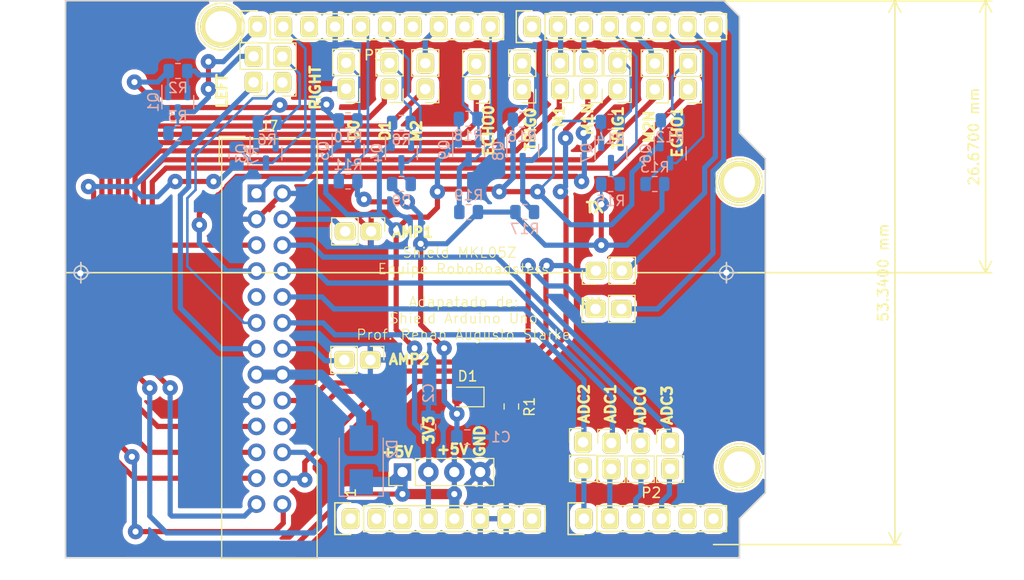
<source format=kicad_pcb>
(kicad_pcb (version 20221018) (generator pcbnew)
  (title_block (date "lun. 30 mars 2015"))
  (layers (0 "F.Cu" signal) (31 "B.Cu" signal) (34 "B.Paste" user) (35 "F.Paste" user) (36 "B.SilkS" user "B.Silkscreen") (37 "F.SilkS" user "F.Silkscreen") (38 "B.Mask" user) (39 "F.Mask" user) (44 "Edge.Cuts" user))
  (net 0 "")
  (net 1 "/IOREF")
  (net 2 "/Reset")
  (net 3 "+5V")
  (net 4 "GND")
  (net 5 "/Vin")
  (net 6 "/AREF")
  (net 7 "+3.3V")
  (net 8 "Net-(D1-K)")
  (net 10 "Net-(J8-Pin_2)")
  (net 11 "A3")
  (net 12 "ADC3")
  (net 13 "13")
  (net 14 "12")
  (net 15 "11")
  (net 16 "10")
  (net 17 "9")
  (net 18 "8")
  (net 19 "7")
  (net 20 "6")
  (net 21 "5")
  (net 22 "4")
  (net 23 "3")
  (net 24 "2")
  (net 25 "Tx")
  (net 26 "Rx")
  (net 27 "A0")
  (net 28 "A1")
  (net 29 "A2")
  (net 30 "ADC0")
  (net 31 "Trig0")
  (net 32 "L_TCRT")
  (net 33 "ADC1")
  (net 34 "Echo0")
  (net 35 "R_TCRT")
  (net 36 "Echo1")
  (net 37 "RXB")
  (net 38 "PWM2")
  (net 39 "Trig1")
  (net 40 "TXB")
  (net 41 "PWM1N")
  (net 42 "D0")
  (net 43 "D1")
  (net 44 "ADC2")
  (net 45 "PWM1")
  (net 46 "PWM2N")
  (net 47 "AMP1")
  (net 48 "AMP2")
  (net 49 "A5(SCL)")
  (net 50 "A4(SDA)")
  (net 51 "Net-(J9-Pin_2)")
  (net 52 "+5VP")
  (net 53 "Net-(J10-Pin_2)")
  (net 54 "Net-(J11-Pin_2)")
  (net 55 "Net-(J12-Pin_2)")
  (net 56 "Net-(J13-Pin_2)")
  (net 57 "Net-(J14-Pin_2)")
  (net 58 "Net-(J16-Pin_2)")
  (footprint "Socket_Arduino_Uno:Socket_Strip_Arduino_1x08" (layer "F.Cu") (at 138.938 123.825)
    (fp_text reference "P1" hide)
    (fp_text value "Power")
  )
  (footprint "Socket_Arduino_Uno:Socket_Strip_Arduino_1x06" (layer "F.Cu") (at 161.798 123.825)
    (fp_text reference "P2")
    (fp_text value "Analog")
  )
  (footprint "Socket_Arduino_Uno:Socket_Strip_Arduino_1x10" (layer "F.Cu") (at 129.794 75.565)
    (fp_text reference "P3")
    (fp_text value "Digital")
  )
  (footprint "Socket_Arduino_Uno:Socket_Strip_Arduino_1x08" (layer "F.Cu") (at 156.718 75.565)
    (fp_text reference "P4")
    (fp_text value "Digital")
  )
  (footprint "Socket_Arduino_Uno:Arduino_1pin" (layer "F.Cu") (at 126.238 75.565)
    (fp_text reference "P7" hide)
    (fp_text value "CONN_01X01" hide)
  )
  (footprint "Socket_Arduino_Uno:Arduino_1pin" (layer "F.Cu") (at 177.038 90.805)
    (fp_text reference "P8" hide)
    (fp_text value "CONN_01X01" hide)
  )
  (footprint "Socket_Arduino_Uno:Arduino_1pin" (layer "F.Cu") (at 177.038 118.745)
    (fp_text reference "P6" hide)
    (fp_text value "CONN_01X01" hide)
  )
  (footprint "Connector_PinHeader_2.54mm:PinHeader_1x04_P2.54mm_Vertical" (layer "F.Cu") (at 144.018 119.253 90)
    (fp_text reference "J23" hide)
    (fp_text value "Conn_01x04_Male")
  )
  (footprint "Resistor_SMD:R_0805_2012Metric" (layer "F.Cu") (at 154.686 112.8245 -90)
    (fp_text reference "R1")
    (fp_text value "R")
  )
  (footprint "LED_SMD:LED_0805_2012Metric" (layer "F.Cu") (at 150.3195 111.887 180)
    (fp_text reference "D1")
    (fp_text value "LED")
  )
  (footprint "Connector_PinHeader_2.54mm:PinHeader_1x02_P2.54mm_Vertical" (layer "F.Cu") (at 162.258 81.685 180)
    (fp_text reference "J20" hide)
    (fp_text value "Conn_01x02_Male")
  )
  (footprint "Connector_PinHeader_2.54mm:PinHeader_1x02_P2.54mm_Vertical" (layer "F.Cu") (at 142.75 81.675 180)
    (fp_text reference "J16" hide)
    (fp_text value "Conn_01x02_Male")
  )
  (footprint "Connector_PinHeader_2.54mm:PinHeader_1x02_P2.54mm_Vertical" (layer "F.Cu") (at 168.75 81.715 180)
    (fp_text reference "J15" hide)
    (fp_text value "Conn_01x02_Male")
  )
  (footprint "Connector_PinHeader_2.54mm:PinHeader_1x02_P2.54mm_Vertical" (layer "F.Cu") (at 138.5 81.655 180)
    (fp_text reference "J14" hide)
    (fp_text value "Conn_01x02_Male")
  )
  (footprint "Connector_PinHeader_2.54mm:PinHeader_1x02_P2.54mm_Vertical" (layer "F.Cu") (at 165.098 81.665 180)
    (fp_text reference "J13" hide)
    (fp_text value "Conn_01x02_Male")
  )
  (footprint "Connector_PinHeader_2.54mm:PinHeader_1x02_P2.54mm_Vertical" (layer "F.Cu") (at 155.75 81.715 180)
    (fp_text reference "J12" hide)
    (fp_text value "Conn_01x02_Male")
  )
  (footprint "Connector_PinHeader_2.54mm:PinHeader_1x02_P2.54mm_Vertical" (layer "F.Cu") (at 151.25 81.745 180)
    (fp_text reference "J11" hide)
    (fp_text value "Conn_01x02_Male")
  )
  (footprint "Connector_PinHeader_2.54mm:PinHeader_1x02_P2.54mm_Vertical" (layer "F.Cu") (at 129.428 81.02 180)
    (fp_text reference "J9" hide)
    (fp_text value "Conn_01x02_Male")
  )
  (footprint "Connector_PinHeader_2.54mm:PinHeader_1x02_P2.54mm_Vertical" (layer "F.Cu") (at 132.25 81.04 180)
    (fp_text reference "J8" hide)
    (fp_text value "Conn_01x02_Male")
  )
  (footprint "Connector_PinHeader_2.54mm:PinHeader_1x02_P2.54mm_Vertical" (layer "F.Cu") (at 140.868 108.255 -90)
    (fp_text reference "J6" hide)
    (fp_text value "Conn_01x02_Male")
  )
  (footprint "Connector_PinHeader_2.54mm:PinHeader_1x02_P2.54mm_Vertical" (layer "F.Cu") (at 140.948 95.645 -90)
    (fp_text reference "J5" hide)
    (fp_text value "Conn_01x02_Male")
  )
  (footprint "Connector_PinHeader_2.54mm:PinHeader_1x02_P2.54mm_Vertical" (layer "F.Cu") (at 170.248 116.395)
    (fp_text reference "J4" hide)
    (fp_text value "Conn_01x02_Male")
  )
  (footprint "Connector_PinHeader_2.54mm:PinHeader_1x02_P2.54mm_Vertical" (layer "F.Cu") (at 164.488 116.405)
    (fp_text reference "J2" hide)
    (fp_text value "Conn_01x02_Male")
  )
  (footprint "Connector_PinHeader_2.54mm:PinHeader_1x02_P2.54mm_Vertical" (layer "F.Cu") (at 167.358 116.405)
    (fp_text reference "J1" hide)
    (fp_text value "Conn_01x02_Male")
  )
  (footprint "Connector_PinHeader_2.54mm:PinHeader_1x02_P2.54mm_Vertical" (layer "F.Cu") (at 172 81.715 180)
    (fp_text reference "J10" hide)
    (fp_text value "Conn_01x02_Male")
  )
  (footprint "Connector_PinHeader_2.54mm:PinHeader_1x02_P2.54mm_Vertical" (layer "F.Cu") (at 146.25 81.695 180)
    (fp_text reference "J19" hide)
    (fp_text value "Conn_01x02_Male")
  )
  (footprint "Connector_PinHeader_2.54mm:PinHeader_1x02_P2.54mm_Vertical" (layer "F.Cu") (at 159.458 81.685 180)
    (fp_text reference "J21" hide)
    (fp_text value "Conn_01x02_Male")
  )
  (footprint "Connector_PinHeader_2.54mm:PinHeader_1x02_P2.54mm_Vertical" (layer "F.Cu") (at 162.975 99.5 90)
    (fp_text reference "J17" hide)
    (fp_text value "Conn_01x02_Male")
  )
  (footprint "Connector_PinHeader_2.54mm:PinHeader_1x02_P2.54mm_Vertical" (layer "F.Cu") (at 161.718 116.325)
    (fp_text reference "J3" hide)
    (fp_text value "Conn_01x02_Male")
  )
  (footprint "Connector_PinHeader_2.54mm:PinHeader_1x02_P2.54mm_Vertical" (layer "F.Cu") (at 162.938 103.25 90)
    (fp_text reference "J18" hide)
    (fp_text value "Conn_01x02_Male")
  )
  (footprint "Connector_IDC:IDC-Header_2x13_P2.54mm_Vertical" (layer "F.Cu") (at 129.70764 91.91752)
    (fp_text reference "J7")
    (fp_text value "Conn_02x13_Odd_Even")
  )
  (footprint "Capacitor_SMD:C_0805_2012Metric_Pad1.15x1.40mm_HandSolder" (layer "B.Cu") (at 150.368 115.824)
    (fp_text reference "C1")
    (fp_text value "100n")
  )
  (footprint "Capacitor_SMD:C_0805_2012Metric_Pad1.15x1.40mm_HandSolder" (layer "B.Cu") (at 146.558 114.808 90)
    (fp_text reference "C2")
    (fp_text value "100n")
  )
  (footprint "Diode_SMD:D_SMB" (layer "B.Cu") (at 139.9794 118.0719 90)
    (fp_text reference "D2")
    (fp_text value "D_Schottky")
  )
  (footprint "Resistor_SMD:R_0805_2012Metric" (layer "B.Cu") (at 164.4125 91)
    (fp_text reference "R15")
    (fp_text value "2k2")
  )
  (footprint "Resistor_SMD:R_0805_2012Metric" (layer "B.Cu") (at 164.3875 84.9)
    (fp_text reference "R14")
    (fp_text value "2k2")
  )
  (footprint "Package_TO_SOT_SMD:SOT-23" (layer "B.Cu") (at 164.45 87.9375 -90)
    (fp_text reference "Q7")
    (fp_text value "2N7002")
  )
  (footprint "Package_TO_SOT_SMD:SOT-23" (layer "B.Cu") (at 143.9125 87.9625 -90)
    (fp_text reference "Q4")
    (fp_text value "2N7002")
  )
  (footprint "Resistor_SMD:R_0805_2012Metric" (layer "B.Cu") (at 122.0125 79.9125)
    (fp_text reference "R2")
    (fp_text value "2k2")
  )
  (footprint "Package_TO_SOT_SMD:SOT-23" (layer "B.Cu") (at 150.50625 87.6375 -90)
    (fp_text reference "Q9")
    (fp_text value "2N7002")
  )
  (footprint "Resistor_SMD:R_0805_2012Metric" (layer "B.Cu") (at 170.25 84.75)
    (fp_text reference "R12")
    (fp_text value "2k2")
  )
  (footprint "Resistor_SMD:R_0805_2012Metric" (layer "B.Cu") (at 155.75 84.685)
    (fp_text reference "R16")
    (fp_text value "2k2")
  )
  (footprint "Package_TO_SOT_SMD:SOT-23" (layer "B.Cu") (at 130.6375 88 -90)
    (fp_text reference "Q3")
    (fp_text value "2N7002")
  )
  (footprint "Package_TO_SOT_SMD:SOT-23" (layer "B.Cu") (at 170.25 88 -90)
    (fp_text reference "Q6")
    (fp_text value "2N7002")
  )
  (footprint "Resistor_SMD:R_0805_2012Metric" (layer "B.Cu") (at 143.9125 91)
    (fp_text reference "R9")
    (fp_text value "2k2")
  )
  (footprint "Resistor_SMD:R_0805_2012Metric" (layer "B.Cu") (at 127.75 88.25 90)
    (fp_text reference "R7")
    (fp_text value "2k2")
  )
  (footprint "Resistor_SMD:R_0805_2012Metric" (layer "B.Cu") (at 138.6875 90.75 180)
    (fp_text reference "R11")
    (fp_text value "2k2")
  )
  (footprint "Resistor_SMD:R_0805_2012Metric" (layer "B.Cu") (at 143.9125 85)
    (fp_text reference "R8")
    (fp_text value "2k2")
  )
  (footprint "Package_TO_SOT_SMD:SOT-23" (layer "B.Cu") (at 122 82.975 -90)
    (fp_text reference "Q1")
    (fp_text value "2N7002")
  )
  (footprint "Resistor_SMD:R_0805_2012Metric" (layer "B.Cu") (at 150.45625 84.6)
    (fp_text reference "R18")
    (fp_text value "2k2")
  )
  (footprint "Resistor_SMD:R_0805_2012Metric" (layer "B.Cu") (at 150.5 93.75 180)
    (fp_text reference "R19")
    (fp_text value "2k2")
  )
  (footprint "Resistor_SMD:R_0805_2012Metric" (layer "B.Cu") (at 130.75 85)
    (fp_text reference "R6")
    (fp_text value "2k2")
  )
  (footprint "Package_TO_SOT_SMD:SOT-23" (layer "B.Cu") (at 138.6875 87.75 -90)
    (fp_text reference "Q5")
    (fp_text value "2N7002")
  )
  (footprint "Package_TO_SOT_SMD:SOT-23" (layer "B.Cu") (at 155.8 87.7475 -90)
    (fp_text reference "Q8")
    (fp_text value "2N7002")
  )
  (footprint "Resistor_SMD:R_0805_2012Metric" (layer "B.Cu") (at 138.6875 84.75)
    (fp_text reference "R10")
    (fp_text value "2k2")
  )
  (footprint "Resistor_SMD:R_0805_2012Metric" (layer "B.Cu") (at 121.9875 86.0125 180)
    (fp_text reference "R3")
    (fp_text value "2k2")
  )
  (footprint "Resistor_SMD:R_0805_2012Metric" (layer "B.Cu") (at 168.75 91 180)
    (fp_text reference "R13")
    (fp_text value "2k2")
  )
  (footprint "Resistor_SMD:R_0805_2012Metric" (layer "B.Cu") (at 156 93.75)
    (fp_text reference "R17")
    (fp_text value "2k2")
  )
  (gr_line (start 179.5 99.695) (end 111 99.695) (stroke (width 0.15)) (layer "F.SilkS"))
  (gr_line (start 177.038 127.6604) (end 177.038 123.825) (stroke (width 0.15)) (layer "Edge.Cuts"))
  (gr_line (start 175.514 73.025) (end 110.998 73.025) (stroke (width 0.15)) (layer "Edge.Cuts"))
  (gr_line (start 110.998 127.6604) (end 177.038 127.6604) (stroke (width 0.15)) (layer "Edge.Cuts"))
  (gr_line (start 177.038 85.979) (end 177.038 74.549) (stroke (width 0.15)) (layer "Edge.Cuts"))
  (gr_line (start 177.038 123.825) (end 179.578 121.285) (stroke (width 0.15)) (layer "Edge.Cuts"))
  (gr_line (start 110.998 73.025) (end 110.998 127.6604) (stroke (width 0.15)) (layer "Edge.Cuts"))
  (gr_line (start 177.038 74.549) (end 175.514 73.025) (stroke (width 0.15)) (layer "Edge.Cuts"))
  (gr_line (start 179.578 121.285) (end 179.578 88.519) (stroke (width 0.15)) (layer "Edge.Cuts"))
  (gr_line (start 179.578 88.519) (end 177.038 85.979) (stroke (width 0.15)) (layer "Edge.Cuts"))
  (gr_text "ADC3" (at 169.9514 112.6998 90) (layer "F.SilkS") (effects (font (size 1 1) (thickness 0.25))))
  (gr_text "RIGHT" (at 135.46836 81.54924 90) (layer "F.SilkS") (effects (font (size 1 1) (thickness 0.25))))
  (gr_text "M2N" (at 168.1988 85.3948 90) (layer "F.SilkS") (effects (font (size 1 1) (thickness 0.25))))
  (gr_text "ADC0" (at 167.3352 112.7252 90) (layer "F.SilkS") (effects (font (size 1 1) (thickness 0.25))))
  (gr_text "GND" (at 151.5872 116.205 90) (layer "F.SilkS") (effects (font (size 1 1) (thickness 0.25))))
  (gr_text "Shield MKL05Z \nEquipe RoboRoadsters\n\nAdapatado de:\nShield Arduino Uno\nProf. Renan Augusto Starke" (at 150 101.75) (layer "F.SilkS") (effects (font (size 1 1) (thickness 0.1))))
  (gr_text "TRIG1" (at 165.1508 85.471 90) (layer "F.SilkS") (effects (font (size 1 1) (thickness 0.25))))
  (gr_text "M1" (at 159.3596 84.3788 90) (layer "F.SilkS") (effects (font (size 1 1) (thickness 0.25))))
  (gr_text "AMP1" (at 145.0086 95.7326) (layer "F.SilkS") (effects (font (size 1 1) (thickness 0.25))))
  (gr_text "ADC1" (at 164.4142 112.5474 90) (layer "F.SilkS") (effects (font (size 1 1) (thickness 0.25))))
  (gr_text "ADC2" (at 161.8234 112.5474 90) (layer "F.SilkS") (effects (font (size 1 1) (thickness 0.25))))
  (gr_text "RX" (at 162.433 102.7684) (layer "F.SilkS") (effects (font (size 1 1) (thickness 0.25))))
  (gr_text "1" (at 138.938 121.285 90) (layer "F.SilkS") (effects (font (size 1 1))))
  (gr_text "+5V" (at 143.51 117.2718) (layer "F.SilkS") (effects (font (size 1 1) (thickness 0.25))))
  (gr_text "3V3" (at 146.5961 115.1382 90) (layer "F.SilkS") (effects (font (size 1 1) (thickness 0.25))))
  (gr_text "ECHO0" (at 152.4508 85.7504 90) (layer "F.SilkS") (effects (font (size 1 1) (thickness 0.25))))
  (gr_text "D0" (at 139.2555 85.7123 90) (layer "F.SilkS") (effects (font (size 1 1) (thickness 0.25))))
  (gr_text "M2" (at 145.3896 85.8012 90) (layer "F.SilkS") (effects (font (size 1 1) (thickness 0.25))))
  (gr_text "AMP2" (at 144.6784 108.204) (layer "F.SilkS") (effects (font (size 1 1) (thickness 0.25))))
  (gr_text "TRIG0" (at 156.5656 85.6234 90) (layer "F.SilkS") (effects (font (size 1 1) (thickness 0.25))))
  (gr_text "D1" (at 142.3162 85.7504 90) (layer "F.SilkS") (effects (font (size 1 1) (thickness 0.25))))
  (gr_text "LEFT" (at 126.32944 81.87944 90) (layer "F.SilkS") (effects (font (size 1 1) (thickness 0.25))))
  (gr_text "+5V" (at 148.9456 117.0178) (layer "F.SilkS") (effects (font (size 1 1) (thickness 0.25))))
  (gr_text "M1N" (at 162.1536 84.6328 90) (layer "F.SilkS") (effects (font (size 1 1) (thickness 0.25))))
  (gr_text "TX" (at 162.8648 93.3196) (layer "F.SilkS") (effects (font (size 1 1) (thickness 0.25))))
  (gr_text "ECHO1" (at 170.942 85.9028 90) (layer "F.SilkS") (effects (font (size 1 1) (thickness 0.25))))
  (dimension (type aligned) (layer "F.SilkS") (pts (xy 174.498 99.695) (xy 174.498 73.025)) (height 26.67) (gr_text "26.6700 mm" (at 200.018 86.36 90) (layer "F.SilkS") (effects (font (size 1 1) (thickness 0.15)))) (format (prefix "") (suffix "") (units 2) (units_format 1) (precision 4)) (style (thickness 0.15) (arrow_length 1.27) (text_position_mode 0) (extension_height 0.58642) (extension_offset 0) keep_text_aligned))
  (dimension (type aligned) (layer "F.SilkS") (pts (xy 174.498 126.365) (xy 174.498 73.025)) (height 17.78) (gr_text "53.3400 mm" (at 191.128 99.695 90) (layer "F.SilkS") (effects (font (size 1 1) (thickness 0.15)))) (format (prefix "") (suffix "") (units 2) (units_format 1) (precision 4)) (style (thickness 0.15) (arrow_length 1.27) (text_position_mode 0) (extension_height 0.58642) (extension_offset 0) keep_text_aligned))
  (target plus (at 175.768 99.695) (size 2) (width 0.15) (layer "Edge.Cuts"))
  (target plus (at 112.5 99.695) (size 2) (width 0.15) (layer "Edge.Cuts"))
  (segment (start 140.5 92.75) (end 144.49707 92.75) (width 0.5) (layer "F.Cu") (net 3))
  (segment (start 113.75 91.75) (end 113.75 123.18782) (width 0.5) (layer "F.Cu") (net 3))
  (segment (start 163.5 93) (end 163.5 97) (width 0.5) (layer "F.Cu") (net 3))
  (segment (start 149.352 111.917) (end 149.382 111.887) (width 0.508) (layer "F.Cu") (net 3))
  (segment (start 145.8 96.8627) (end 145.8 104.8) (width 0.508) (layer "F.Cu") (net 3))
  (segment (start 117.21198 126.6498) (end 133.348384 126.6498) (width 0.5) (layer "F.Cu") (net 3))
  (segment (start 113.75 123.18782) (end 117.21198 126.6498) (width 0.5) (layer "F.Cu") (net 3))
  (segment (start 113.25 91.25) (end 113.75 91.75) (width 0.5) (layer "F.Cu") (net 3))
  (segment (start 144.018 121.412) (end 149.098 121.412) (width 1) (layer "F.Cu") (net 3))
  (segment (start 149.352 113.538) (end 149.352 111.917) (width 0.508) (layer "F.Cu") (net 3))
  (segment (start 133.348384 126.6498) (end 138.586184 121.412) (width 0.5) (layer "F.Cu") (net 3))
  (segment (start 140.25 92.5) (end 140.5 92.75) (width 0.5) (layer "F.Cu") (net 3))
  (segment (start 138.586184 121.412) (end 144.018 121.412) (width 0.5) (layer "F.Cu") (net 3))
  (segment (start 125.5 90.75) (end 121.75 90.75) (width 0.5) (layer "F.Cu") (net 3))
  (segment (start 145.8 104.8) (end 148.1 107.1) (width 0.508) (layer "F.Cu") (net 3))
  (segment (start 144.49707 92.75) (end 144.499866 92.752796) (width 0.5) (layer "F.Cu") (net 3))
  (via (at 149.098 121.412) (size 1.5) (drill 0.6) (layers "F.Cu" "B.Cu") (net 3))
  (via (at 113.25 91.25) (size 1.5) (drill 0.6) (layers "F.Cu" "B.Cu") (net 3))
  (via (at 145.8 96.8627) (size 1.5) (drill 0.6) (layers "F.Cu" "B.Cu") (net 3))
  (via (at 144.499866 92.752796) (size 1.5) (drill 0.6) (layers "F.Cu" "B.Cu") (net 3))
  (via (at 149.352 113.538) (size 1.5) (drill 0.6) (layers "F.Cu" "B.Cu") (net 3))
  (via (at 140.25 92.5) (size 1.5) (drill 0.6) (layers "F.Cu" "B.Cu") (net 3))
  (via (at 163.5 97) (size 1.5) (drill 0.6) (layers "F.Cu" "B.Cu") (net 3))
  (via (at 125.5 90.75) (size 1.5) (drill 0.6) (layers "F.Cu" "B.Cu") (net 3))
  (via (at 144.018 121.412) (size 1.5) (drill 0.6) (layers "F.Cu" "B.Cu") (net 3))
  (via (at 148.1 107.1) (size 1.5) (drill 0.6) (layers "F.Cu" "B.Cu") (net 3))
  (via (at 163.5 93) (size 1.5) (drill 0.6) (layers "F.Cu" "B.Cu") (net 3))
  (via (at 121.75 90.75) (size 1.5) (drill 0.6) (layers "F.Cu" "B.Cu") (net 3))
  (segment (start 127.5875 89.1625) (end 127 89.75) (width 0.5) (layer "B.Cu") (net 3))
  (segment (start 144.499866 92.749866) (end 143 91.25) (width 0.5) (layer "B.Cu") (net 3))
  (segment (start 118.5 92.25) (end 117.625 91.375) (width 0.5) (layer "B.Cu") (net 3))
  (segment (start 149.343 115.024) (end 149.352 115.015) (width 0.508) (layer "B.Cu") (net 3))
  (segment (start 143.9164 119.1514) (end 144.018 119.253) (width 1) (layer "B.Cu") (net 3))
  (segment (start 151.4125 93.75) (end 154.75 93.75) (width 0.5) (layer "B.Cu") (net 3))
  (segment (start 120 92.25) (end 118.5 92.25) (width 0.5) (layer "B.Cu") (net 3))
  (segment (start 140.25 92.75) (end 140.25 92.75) (width 0.5) (layer "B.Cu") (net 3))
  (segment (start 143 91.25) (end 143 91) (width 0.5) (layer "B.Cu") (net 3))
  (segment (start 149.352 115.015) (end 149.352 113.538) (width 0.508) (layer "B.Cu") (net 3))
  (segment (start 148.1 112.286) (end 148.1 107.1) (width 0.508) (layer "B.Cu") (net 3))
  (segment (start 145.8 96.8627) (end 148.325459 96.8627) (width 0.5) (layer "B.Cu") (net 3))
  (segment (start 139.6 92.1) (end 140 92.5) (width 0.5) (layer "B.Cu") (net 3))
  (segment (start 126.25 90.5) (end 126 90.75) (width 0.25) (layer "B.Cu") (net 3))
  (segment (start 127 89.75) (end 126.25 90.5) (width 0.5) (layer "B.Cu") (net 3))
  (segment (start 166 97) (end 169.45 93.55) (width 0.5) (layer "B.Cu") (net 3))
  (segment (start 143.0491 120.2219) (end 144.018 119.253) (width 1) (layer "B.Cu") (net 3))
  (segment (start 145.8 95) (end 146 94.8) (width 0.508) (layer "B.Cu") (net 3))
  (segment (start 122.7012 86.2113) (end 122.9 86.0125) (width 0.5) (layer "B.Cu") (net 3))
  (segment (start 163.5 91) (end 163.5 93) (width 0.25) (layer "B.Cu") (net 3))
  (segment (start 140.25 92.5) (end 140.25 92.75) (width 0.5) (layer "B.Cu") (net 3))
  (segment (start 113.25 91.25) (end 117.25 91.25) (width 0.5) (layer "B.Cu") (net 3))
  (segment (start 125.5 90.75) (end 125.75 90.75) (width 0.25) (layer "B.Cu") (net 3))
  (segment (start 139.6 91.1) (end 139.6 92.1) (width 0.5) (layer "B.Cu") (net 3))
  (segment (start 127.75 89.1625) (end 127.5875 89.1625) (width 0.25) (layer "B.Cu") (net 3))
  (segment (start 122.9 86.038159) (end 122.9 86.0125) (width 0.5) (layer "B.Cu") (net 3))
  (segment (start 139.7 91) (end 139.6 91.1) (width 0.5) (layer "B.Cu") (net 3))
  (segment (start 139.9794 120.2219) (end 143.0491 120.2219) (width 1) (layer "B.Cu") (net 3))
  (segment (start 149.098 121.412) (end 149.098 123.825) (width 1) (layer "B.Cu") (net 3))
  (segment (start 151.4125 93.775659) (end 151.4125 93.75) (width 0.5) (layer "B.Cu") (net 3))
  (segment (start 144.499866 92.752796) (end 144.499866 92.749866) (width 0.5) (layer "B.Cu") (net 3))
  (segment (start 144.018 119.253) (end 144.018 121.412) (width 1) (layer "B.Cu") (net 3))
  (segment (start 145.8 96.8627) (end 145.8 95) (width 0.508) (layer "B.Cu") (net 3))
  (segment (start 158 97) (end 163.5 97) (width 0.5) (layer "B.Cu") (net 3))
  (segment (start 126 90.75) (end 125.5 90.75) (width 0.25) (layer "B.Cu") (net 3))
  (segment (start 154.75 93.75) (end 158 97) (width 0.5) (layer "B.Cu") (net 3))
  (segment (start 140 92.5) (end 140.25 92.5) (width 0.5) (layer "B.Cu") (net 3))
  (segment (start 149.343 115.824) (end 149.343 115.024) (width 0.508) (layer "B.Cu") (net 3))
  (segment (start 149.352 113.538) (end 148.1 112.286) (width 0.508) (layer "B.Cu") (net 3))
  (segment (start 145.8 94.05) (end 145.8 96.8627) (width 0.5) (layer "B.Cu") (net 3))
  (segment (start 145.8 96.8627) (end 145.8 94.549077) (width 0.508) (layer "B.Cu") (net 3))
  (segment (start 144.502796 92.752796) (end 145.8 94.05) (width 0.5) (layer "B.Cu") (net 3))
  (segment (start 169.45 93.55) (end 169.45 91) (width 0.5) (layer "B.Cu") (net 3))
  (segment (start 144.499866 92.752796) (end 144.502796 92.752796) (width 0.5) (layer "B.Cu") (net 3))
  (segment (start 117.688159 91.25) (end 122.9 86.038159) (width 0.5) (layer "B.Cu") (net 3))
  (segment (start 121.375 90.875) (end 120 92.25) (width 0.5) (layer "B.Cu") (net 3))
  (segment (start 148.325459 96.8627) (end 151.4125 93.775659) (width 0.5) (layer "B.Cu") (net 3))
  (segment (start 149.098 119.253) (end 149.098 115.833) (width 0.508) (layer "B.Cu") (net 3))
  (segment (start 117.25 91.25) (end 117.688159 91.25) (width 0.5) (layer "B.Cu") (net 3))
  (segment (start 163.5 97) (end 166 97) (width 0.5) (layer "B.Cu") (net 3))
  (segment (start 149.098 119.253) (end 149.098 123.825) (width 0.508) (layer "B.Cu") (net 3))
  (segment (start 129.70764 94.45752) (end 132.24764 91.91752) (width 0.5) (layer "F.Cu") (net 4))
  (segment (start 140.868 108.255) (end 140.868 95.725) (width 0.5) (layer "F.Cu") (net 4))
  (segment (start 140.868 95.725) (end 140.948 95.645) (width 0.25) (layer "F.Cu") (net 4))
  (segment (start 137.22052 91.91752) (end 140.948 95.645) (width 0.5) (layer "F.Cu") (net 4))
  (segment (start 132.24764 91.91752) (end 137.22052 91.91752) (width 0.5) (layer "F.Cu") (net 4))
  (via (at 175.768 99.695) (size 1.5) (drill 0.6) (layers "F.Cu" "B.Cu") (net 4))
  (via (at 112.4457 99.75) (size 1.5) (drill 0.6) (layers "F.Cu" "B.Cu") (net 4))
  (segment (start 151.638 123.825) (end 151.638 119.253) (width 0.508) (layer "B.Cu") (net 4))
  (segment (start 151.638 116.069) (end 151.393 115.824) (width 0.508) (layer "B.Cu") (net 4))
  (segment (start 157.752524 91.747476) (end 157.252524 91.747476) (width 0.508) (layer "F.Cu") (net 7))
  (segment (start 143.4 105.3) (end 145.2 107.1) (width 0.508) (layer "F.Cu") (net 7))
  (segment (start 153.25 91.5) (end 147.69375 91.5) (width 0.508) (layer "F.Cu") (net 7))
  (segment (start 157.25 91.75) (end 153.5 91.75) (width 0.508) (layer "F.Cu") (net 7))
  (segment (start 144.65 94.25) (end 146.5 94.25) (width 0.508) (layer "F.Cu") (net 7))
  (segment (start 147.69375 91.5) (end 147.44375 91.75) (width 0.508) (layer "F.Cu") (net 7))
  (segment (start 143.4 95.5) (end 143.4 105.3) (width 0.508) (layer "F.Cu") (net 7))
  (segment (start 120.25 83.5) (end 117.75 81) (width 0.5) (layer "F.Cu") (net 7))
  (segment (start 136.260147 83.5) (end 120.25 83.5) (width 0.5) (layer "F.Cu") (net 7))
  (segment (start 147.44375 93.30625) (end 147.44375 91.75) (width 0.508) (layer "F.Cu") (net 7))
  (segment (start 153.5 91.75) (end 153.25 91.5) (width 0.508) (layer "F.Cu") (net 7))
  (segment (start 136.569647 83.1905) (end 136.260147 83.5) (width 0.5) (layer "F.Cu") (net 7))
  (segment (start 143.4 95.5) (end 144.65 94.25) (width 0.508) (layer "F.Cu") (net 7))
  (segment (start 157.252524 91.747476) (end 157.25 91.75) (width 0.508) (layer "F.Cu") (net 7))
  (segment (start 146.5 94.25) (end 147.44375 93.30625) (width 0.508) (layer "F.Cu") (net 7))
  (via (at 132 83.25) (size 1.5) (drill 0.6) (layers "F.Cu" "B.Cu") (net 7))
  (via (at 147.44375 91.75) (size 1.5) (drill 0.6) (layers "F.Cu" "B.Cu") (net 7))
  (via (at 143.4 95.5) (size 1.5) (drill 0.6) (layers "F.Cu" "B.Cu") (net 7))
  (via (at 157.25 91.75) (size 1.5) (drill 0.6) (layers "F.Cu" "B.Cu") (net 7))
  (via (at 153.5 91.75) (size 1.5) (drill 0.6) (layers "F.Cu" "B.Cu") (net 7))
  (via (at 136.569647 83.1905) (size 1.5) (drill 0.6) (layers "F.Cu" "B.Cu") (net 7))
  (via (at 117.75 81) (size 1.5) (drill 0.6) (layers "F.Cu" "B.Cu") (net 7))
  (via (at 145.2 107.1) (size 1.5) (drill 0.6) (layers "F.Cu" "B.Cu") (net 7))
  (segment (start 153.5 91.75) (end 154.85 90.4) (width 0.508) (layer "B.Cu") (net 7))
  (segment (start 142.9625 87.025) (end 142.9625 87.1125) (width 0.25) (layer "B.Cu") (net 7))
  (segment (start 131.5875 83.25) (end 132 83.25) (width 0.25) (layer "B.Cu") (net 7))
  (segment (start 141.9 94) (end 138.6 94) (width 0.508) (layer "B.Cu") (net 7))
  (segment (start 158.8202 90.1798) (end 158.8202 85.6798) (width 0.25) (layer "B.Cu") (net 7))
  (segment (start 157.25 91.75) (end 158.8202 90.1798) (width 0.25) (layer "B.Cu") (net 7))
  (segment (start 154.85 84.6975) (end 154.8375 84.685) (width 0.25) (layer "B.Cu") (net 7))
  (segment (start 154.85 86.81) (end 154.85 84.6975) (width 0.25) (layer "B.Cu") (net 7))
  (segment (start 166.5 93) (end 166.5 89.8625) (width 0.5) (layer "B.Cu") (net 7))
  (segment (start 164.5 95) (end 166.5 93) (width 0.5) (layer "B.Cu") (net 7))
  (segment (start 146.558 117.375) (end 146.6 117.4) (width 0.508) (layer "B.Cu") (net 7))
  (segment (start 137.775 87.0875) (end 137.7375 87.125) (width 0.25) (layer "B.Cu") (net 7))
  (segment (start 129.6875 87.0625) (end 129.6875 85.15) (width 0.508) (layer "B.Cu") (net 7))
  (segment (start 121.05 79.9625) (end 121.1 79.9125) (width 0.25) (layer "B.Cu") (net 7))
  (segment (start 160.5 95) (end 164.5 95) (width 0.5) (layer "B.Cu") (net 7))
  (segment (start 141.75 93.85) (end 141.75 88.2375) (width 0.5) (layer "B.Cu") (net 7))
  (segment (start 141.75 88.2375) (end 142.9625 87.025) (width 0.5) (layer "B.Cu") (net 7))
  (segment (start 136.5 88.3625) (end 137.7375 87.125) (width 0.508) (layer "B.Cu") (net 7))
  (segment (start 129.8375 85) (end 131.5875 83.25) (width 0.25) (layer "B.Cu") (net 7))
  (segment (start 143.4 95.5) (end 141.75 93.85) (width 0.5) (layer "B.Cu") (net 7))
  (segment (start 149.54375 86.6875) (end 149.55625 86.7) (width 0.25) (layer "B.Cu") (net 7))
  (segment (start 145.2 114.475) (end 145.2 107.5) (width 0.508) (layer "B.Cu") (net 7))
  (segment (start 166.5 89.8625) (end 169.3 87.0625) (width 0.5) (layer "B.Cu") (net 7))
  (segment (start 147.44375 91.75) (end 147.44375 88.8125) (width 0.508) (layer "B.Cu") (net 7))
  (segment (start 121.05 82.0375) (end 121.05 79.9625) (width 0.25) (layer "B.Cu") (net 7))
  (segment (start 159.6798 84.8202) (end 163.3952 84.8202) (width 0.25) (layer "B.Cu") (net 7))
  (segment (start 163.5 84.925) (end 163.475 84.9) (width 0.25) (layer "B.Cu") (net 7))
  (segment (start 147.44375 88.8125) (end 149.55625 86.7) (width 0.508) (layer "B.Cu") (net 7))
  (segment (start 129.6875 85.15) (end 129.8375 85) (width 0.508) (layer "B.Cu") (net 7))
  (segment (start 117.75 81) (end 120.0125 81) (width 0.5) (layer "B.Cu") (net 7))
  (segment (start 146.558 115.833) (end 146.558 117.375) (width 0.508) (layer "B.Cu") (net 7))
  (segment (start 158.8202 85.6798) (end 159.6798 84.8202) (width 0.25) (layer "B.Cu") (net 7))
  (segment (start 143 84.9) (end 143 86.9875) (width 0.25) (layer "B.Cu") (net 7))
  (segment (start 149.54375 84.6) (end 149.54375 86.6875) (width 0.25) (layer "B.Cu") (net 7))
  (segment (start 136.5 91.9) (end 136.5 88.3625) (width 0.508) (layer "B.Cu") (net 7))
  (segment (start 143.4 95.5) (end 141.9 94) (width 0.508) (layer "B.Cu") (net 7))
  (segment (start 137.775 85) (end 137.775 87.0875) (width 0.25) (layer "B.Cu") (net 7))
  (segment (start 169.3375 84.75) (end 169.3375 87.025) (width 0.25) (layer "B.Cu") (net 7))
  (segment (start 120.0125 81) (end 121.1 79.9125) (width 0.5) (layer "B.Cu") (net 7))
  (segment (start 163.5 87) (end 163.5 84.925) (width 0.25) (layer "B.Cu") (net 7))
  (segment (start 154.85 90.4) (end 154.85 86.81) (width 0.508) (layer "B.Cu") (net 7))
  (segment (start 138.6 94) (end 136.5 91.9) (width 0.508) (layer "B.Cu") (net 7))
  (segment (start 143 86.9875) (end 142.9625 87.025) (width 0.25) (layer "B.Cu") (net 7))
  (segment (start 163.3952 84.8202) (end 163.475 84.9) (width 0.25) (layer "B.Cu") (net 7))
  (segment (start 146.558 115.833) (end 145.2 114.475) (width 0.508) (layer "B.Cu") (net 7))
  (segment (start 145.2 107.1) (end 145.2 107) (width 0.508) (layer "B.Cu") (net 7))
  (segment (start 136.569647 83.794647) (end 137.775 85) (width 0.5) (layer "B.Cu") (net 7))
  (segment (start 145.2 107.5) (end 145.2 107.1) (width 0.508) (layer "B.Cu") (net 7))
  (segment (start 157.25 91.75) (end 160.5 95) (width 0.5) (layer "B.Cu") (net 7))
  (segment (start 136.569647 83.1905) (end 136.569647 83.794647) (width 0.5) (layer "B.Cu") (net 7))
  (segment (start 169.3375 87.025) (end 169.3 87.0625) (width 0.25) (layer "B.Cu") (net 7))
  (segment (start 146.558 123.825) (end 146.558 119.253) (width 0.508) (layer "B.Cu") (net 7))
  (segment (start 146.6 117.4) (end 146.558 119.253) (width 0.508) (layer "B.Cu") (net 7))
  (segment (start 151.257 111.887) (end 154.686 111.887) (width 0.508) (layer "F.Cu") (net 8))
  (segment (start 133.9452 83.3048) (end 133.9452 80.1952) (width 0.25) (layer "B.Cu") (net 10))
  (segment (start 131.5875 87.0625) (end 131.5875 85.075) (width 0.25) (layer "B.Cu") (net 10))
  (segment (start 131.5875 85.075) (end 131.6625 85) (width 0.25) (layer "B.Cu") (net 10))
  (segment (start 131.6625 85) (end 132.25 85) (width 0.25) (layer "B.Cu") (net 10))
  (segment (start 132.25 85) (end 133.9452 83.3048) (width 0.25) (layer "B.Cu") (net 10))
  (segment (start 133.9452 80.1952) (end 132.25 78.5) (width 0.25) (layer "B.Cu") (net 10))
  (segment (start 169.418 123.825) (end 169.418 122.174) (width 0.508) (layer "B.Cu") (net 11))
  (segment (start 169.418 122.174) (end 170.18 121.412) (width 0.508) (layer "B.Cu") (net 11))
  (segment (start 170.18 121.412) (end 170.18 118.999) (width 0.508) (layer "B.Cu") (net 11))
  (segment (start 135.09752 96.99752) (end 136.271 98.171) (width 0.508) (layer "B.Cu") (net 12))
  (segment (start 170.18 115.101) (end 170.18 116.459) (width 0.508) (layer "B.Cu") (net 12))
  (segment (start 153.25 98.171) (end 170.18 115.101) (width 0.508) (layer "B.Cu") (net 12))
  (segment (start 136.271 98.171) (end 153.25 98.171) (width 0.508) (layer "B.Cu") (net 12))
  (segment (start 132.24764 96.99752) (end 135.09752 96.99752) (width 0.508) (layer "B.Cu") (net 12))
  (segment (start 140.6314 76.2424) (end 139.954 75.565) (width 0.25) (layer "B.Cu") (net 13))
  (segment (start 137.775 89.9125) (end 138.6875 89) (width 0.25) (layer "B.Cu") (net 13))
  (segment (start 137.775 91.1) (end 137.775 89.9125) (width 0.25) (layer "B.Cu") (net 13))
  (segment (start 138.6875 89) (end 139.319961 89) (width 0.25) (layer "B.Cu") (net 13))
  (segment (start 140.6314 87.688561) (end 140.6314 76.2424) (width 0.25) (layer "B.Cu") (net 13))
  (segment (start 139.319961 89) (end 140.6314 87.688561) (width 0.25) (layer "B.Cu") (net 13))
  (segment (start 145.7673 84.168418) (end 145.7673 83.446786) (width 0.25) (layer "B.Cu") (net 14))
  (segment (start 143.9125 88.9) (end 144.544961 88.9) (width 0.25) (layer "B.Cu") (net 14))
  (segment (start 142.494 76.644514) (end 142.494 75.565) (width 0.25) (layer "B.Cu") (net 14))
  (segment (start 144.5982 78.748714) (end 142.494 76.644514) (width 0.25) (layer "B.Cu") (net 14))
  (segment (start 144.544961 88.9) (end 145.7673 87.677661) (width 0.25) (layer "B.Cu") (net 14))
  (segment (start 143.9125 90.0875) (end 144.825 91) (width 0.25) (layer "B.Cu") (net 14))
  (segment (start 144.5982 82.277686) (end 144.5982 78.748714) (width 0.25) (layer "B.Cu") (net 14))
  (segment (start 143.9125 88.9) (end 143.9125 90.0875) (width 0.25) (layer "B.Cu") (net 14))
  (segment (start 144.5982 82.277686) (end 144.5982 82.25) (width 0.25) (layer "B.Cu") (net 14))
  (segment (start 145.7673 83.446786) (end 144.5982 82.277686) (width 0.25) (layer "B.Cu") (net 14))
  (segment (start 144.825 91.025659) (end 144.825 91) (width 0.5) (layer "B.Cu") (net 14))
  (segment (start 145.7673 87.677661) (end 145.7673 84.168418) (width 0.25) (layer "B.Cu") (net 14))
  (segment (start 146.25 79.155) (end 146.25 76.889) (width 0.508) (layer "B.Cu") (net 16))
  (segment (start 146.25 76.889) (end 147.574 75.565) (width 0.508) (layer "B.Cu") (net 16))
  (segment (start 150.50625 88.575) (end 151.138711 88.575) (width 0.25) (layer "B.Cu") (net 18))
  (segment (start 149.5875 93.75) (end 149.5875 89.49375) (width 0.5) (layer "B.Cu") (net 18))
  (segment (start 149.5875 89.49375) (end 150.50625 88.575) (width 0.5) (layer "B.Cu") (net 18))
  (segment (start 152.654 87.059711) (end 152.654 75.565) (width 0.25) (layer "B.Cu") (net 18))
  (segment (start 151.138711 88.575) (end 152.654 87.059711) (width 0.25) (layer "B.Cu") (net 18))
  (segment (start 156.6625 93.5) (end 156.1548 92.9923) (width 0.5) (layer "B.Cu") (net 19))
  (segment (start 156.1548 92.9923) (end 156.1548 92.966641) (width 0.5) (layer "B.Cu") (net 19))
  (segment (start 157.9772 76.8242) (end 157.9772 87.4379) (width 0.508) (layer "B.Cu") (net 19))
  (segment (start 156.718 75.565) (end 157.9772 76.8242) (width 0.508) (layer "B.Cu") (net 19))
  (segment (start 157.9772 87.4379) (end 156.7301 88.685) (width 0.508) (layer "B.Cu") (net 19))
  (segment (start 156.7301 88.685) (end 155.8 88.685) (width 0.508) (layer "B.Cu") (net 19))
  (segment (start 156.591 75.692) (end 156.718 75.565) (width 0.508) (layer "B.Cu") (net 19))
  (segment (start 155.8 92.611841) (end 155.8 88.685) (width 0.5) (layer "B.Cu") (net 19))
  (segment (start 156.1548 92.966641) (end 155.8 92.611841) (width 0.5) (layer "B.Cu") (net 19))
  (segment (start 159.512 79.629) (end 159.512 75.819) (width 0.508) (layer "B.Cu") (net 20))
  (segment (start 159.512 75.819) (end 159.258 75.565) (width 0.508) (layer "B.Cu") (net 20))
  (segment (start 162.306 78.426919) (end 161.798 77.918919) (width 0.508) (layer "B.Cu") (net 21))
  (segment (start 161.798 77.918919) (end 161.798 75.565) (width 0.508) (layer "B.Cu") (net 21))
  (segment (start 162.306 79.629) (end 162.306 78.426919) (width 0.508) (layer "B.Cu") (net 21))
  (segment (start 165.082461 88.875) (end 166.9462 87.011261) (width 0.25) (layer "B.Cu") (net 22))
  (segment (start 166.9462 78.50524) (end 164.338 75.89704) (width 0.25) (layer "B.Cu") (net 22))
  (segment (start 164.338 75.89704) (end 164.338 75.565) (width 0.25) (layer "B.Cu") (net 22))
  (segment (start 164.45 90.125) (end 165.325 91) (width 0.25) (layer "B.Cu") (net 22))
  (segment (start 164.45 88.875) (end 164.45 90.125) (width 0.25) (layer "B.Cu") (net 22))
  (segment (start 166.9462 87.011261) (end 166.9462 78.50524) (width 0.25) (layer "B.Cu") (net 22))
  (segment (start 164.45 88.875) (end 165.082461 88.875) (width 0.25) (layer "B.Cu") (net 22))
  (segment (start 168.402 78.994) (end 168.402 77.902) (width 0.508) (layer "B.Cu") (net 23))
  (segment (start 168.402 77.902) (end 166.878 76.378) (width 0.508) (layer "B.Cu") (net 23))
  (segment (start 166.878 76.378) (end 166.878 75.565) (width 0.508) (layer "B.Cu") (net 23))
  (segment (start 173.5 86.319961) (end 173.5 78.07404) (width 0.25) (layer "B.Cu") (net 24))
  (segment (start 170.25 88.9375) (end 169.838618 88.9375) (width 0.25) (layer "B.Cu") (net 24))
  (segment (start 171.353 77.5) (end 169.418 75.565) (width 0.25) (layer "B.Cu") (net 24))
  (segment (start 170.882461 88.9375) (end 173.5 86.319961) (width 0.25) (layer "B.Cu") (net 24))
  (segment (start 169.838618 88.9375) (end 167.776118 91) (width 0.25) (layer "B.Cu") (net 24))
  (segment (start 172.92596 77.5) (end 171.353 77.5) (width 0.25) (layer "B.Cu") (net 24))
  (segment (start 170.25 88.9375) (end 170.882461 88.9375) (width 0.25) (layer "B.Cu") (net 24))
  (segment (start 167.776118 91) (end 167.625 91) (width 0.25) (layer "B.Cu") (net 24))
  (segment (start 173.5 78.07404) (end 172.92596 77.5) (width 0.25) (layer "B.Cu") (net 24))
  (segment (start 174.6872 88.342383) (end 173.6344 89.395183) (width 0.508) (layer "B.Cu") (net 25))
  (segment (start 173.6344 91.8656) (end 166 99.5) (width 0.508) (layer "B.Cu") (net 25))
  (segment (start 173.6344 89.395183) (end 173.6344 91.8656) (width 0.508) (layer "B.Cu") (net 25))
  (segment (start 166 99.5) (end 165.515 99.5) (width 0.508) (layer "B.Cu") (net 25))
  (segment (start 174.6872 78.2942) (end 174.6872 88.342383) (width 0.508) (layer "B.Cu") (net 25))
  (segment (start 171.958 75.565) (end 174.6872 78.2942) (width 0.508) (layer "B.Cu") (net 25))
  (segment (start 174.4472 97.8028) (end 174.4472 89.731855) (width 0.508) (layer "B.Cu") (net 26))
  (segment (start 175.5 76.567) (end 174.498 75.565) (width 0.508) (layer "B.Cu") (net 26))
  (segment (start 169 103.25) (end 174.4472 97.8028) (width 0.508) (layer "B.Cu") (net 26))
  (segment (start 165.478 103.25) (end 169 103.25) (width 0.508) (layer "B.Cu") (net 26))
  (segment (start 174.4472 89.731855) (end 175.5 88.679055) (width 0.508) (layer "B.Cu") (net 26))
  (segment (start 175.5 88.679055) (end 175.5 76.567) (width 0.508) (layer "B.Cu") (net 26))
  (segment (start 161.798 118.999) (end 161.798 123.825) (width 0.508) (layer "B.Cu") (net 27))
  (segment (start 164.338 123.825) (end 164.338 119.253) (width 0.508) (layer "B.Cu") (net 28))
  (segment (start 164.338 119.253) (end 164.592 118.999) (width 0.508) (layer "B.Cu") (net 28))
  (segment (start 166.878 123.825) (end 166.878 121.92) (width 0.508) (layer "B.Cu") (net 29))
  (segment (start 167.386 121.412) (end 167.386 118.999) (width 0.508) (layer "B.Cu") (net 29))
  (segment (start 166.878 121.92) (end 167.386 121.412) (width 0.508) (layer "B.Cu") (net 29))
  (segment (start 166.878 123.825) (end 166.878 122.301) (width 0.508) (layer "B.Cu") (net 29))
  (segment (start 132.24764 99.53752) (end 135.5344 99.53752) (width 0.508) (layer "B.Cu") (net 30))
  (segment (start 136.70788 100.711) (end 154.571972 100.711) (width 0.508) (layer "B.Cu") (net 30))
  (segment (start 135.5344 99.53752) (end 136.70788 100.711) (width 0.508) (layer "B.Cu") (net 30))
  (segment (start 167.386 115.101) (end 167.386 116.459) (width 0.508) (layer "B.Cu") (net 30))
  (segment (start 167.386 113.525028) (end 167.386 115.101) (width 0.508) (layer "B.Cu") (net 30))
  (segment (start 154.571972 100.711) (end 167.386 113.525028) (width 0.508) (layer "B.Cu") (net 30))
  (segment (start 156.591 83.527) (end 153.1808 86.9372) (width 0.508) (layer "F.Cu") (net 31))
  (segment (start 120.02516 114.77752) (end 129.70764 114.77752) (width 0.508) (layer "F.Cu") (net 31))
  (segment (start 116.9972 111.74956) (end 118.50624 113.2586) (width 0.508) (layer "F.Cu") (net 31))
  (segment (start 116.9972 89.836384) (end 116.9972 111.74956) (width 0.508) (layer "F.Cu") (net 31))
  (segment (start 118.50624 113.2586) (end 120.02516 114.77752) (width 0.508) (layer "F.Cu") (net 31))
  (segment (start 153.1808 86.9372) (end 119.896383 86.9372) (width 0.508) (layer "F.Cu") (net 31))
  (segment (start 119.896383 86.9372) (end 116.9972 89.836384) (width 0.508) (layer "F.Cu") (net 31))
  (segment (start 118.40464 113.157) (end 118.50624 113.2586) (width 0.508) (layer "F.Cu") (net 31))
  (segment (start 156.591 82.169) (end 156.591 83.527) (width 0.508) (layer "F.Cu") (net 31))
  (segment (start 129.70764 107.15752) (end 126.24816 107.15752) (width 0.508) (layer "B.Cu") (net 32))
  (segment (start 123.0588 91.292123) (end 123.0588 87.710016) (width 0.508) (layer "B.Cu") (net 32))
  (segment (start 129.428 81.340816) (end 129.428 81.02) (width 0.508) (layer "B.Cu") (net 32))
  (segment (start 123.0588 87.710016) (end 129.428 81.340816) (width 0.508) (layer "B.Cu") (net 32))
  (segment (start 126.24816 107.15752) (end 122.25 103.15936) (width 0.508) (layer "B.Cu") (net 32))
  (segment (start 122.25 92.100923) (end 123.0588 91.292123) (width 0.508) (layer "B.Cu") (net 32))
  (segment (start 122.25 103.15936) (end 122.25 92.100923) (width 0.508) (layer "B.Cu") (net 32))
  (segment (start 155.962486 103.251) (end 137.30224 103.251) (width 0.508) (layer "B.Cu") (net 33))
  (segment (start 164.592 111.880514) (end 155.962486 103.251) (width 0.508) (layer "B.Cu") (net 33))
  (segment (start 136.12876 102.07752) (end 137.30224 103.251) (width 0.508) (layer "B.Cu") (net 33))
  (segment (start 132.24764 102.07752) (end 136.12876 102.07752) (width 0.508) (layer "B.Cu") (net 33))
  (segment (start 164.592 116.459) (end 164.592 111.880514) (width 0.508) (layer "B.Cu") (net 33))
  (segment (start 119.22252 117.31752) (end 129.70764 117.31752) (width 0.508) (layer "F.Cu") (net 34))
  (segment (start 119.55971 86.1244) (end 116.1844 89.499712) (width 0.508) (layer "F.Cu") (net 34))
  (segment (start 116.1844 114.2794) (end 119.22252 117.31752) (width 0.508) (layer "F.Cu") (net 34))
  (segment (start 151.25 81.745) (end 151.25 84.931) (width 0.508) (layer "F.Cu") (net 34))
  (segment (start 116.1844 89.499712) (end 116.1844 114.2794) (width 0.508) (layer "F.Cu") (net 34))
  (segment (start 151.25 84.931) (end 150.0566 86.1244) (width 0.508) (layer "F.Cu") (net 34))
  (segment (start 150.0566 86.1244) (end 119.55971 86.1244) (width 0.508) (layer "F.Cu") (net 34))
  (segment (start 128.486326 104.61752) (end 122.9338 99.064994) (width 0.25) (layer "B.Cu") (net 35))
  (segment (start 132.25 81.04) (end 131.642486 81.04) (width 0.25) (layer "B.Cu") (net 35))
  (segment (start 130.6952 82.5948) (end 132.25 81.04) (width 0.25) (layer "B.Cu") (net 35))
  (segment (start 123.7426 88.175688) (end 129.323488 82.5948) (width 0.25) (layer "B.Cu") (net 35))
  (segment (start 123.7426 91.575362) (end 123.7426 88.175688) (width 0.25) (layer "B.Cu") (net 35))
  (segment (start 122.9338 99.064994) (end 122.9338 92.384163) (width 0.25) (layer "B.Cu") (net 35))
  (segment (start 129.70764 104.61752) (end 128.486326 104.61752) (width 0.25) (layer "B.Cu") (net 35))
  (segment (start 122.9338 92.384163) (end 123.7426 91.575362) (width 0.25) (layer "B.Cu") (net 35))
  (segment (start 129.323488 82.5948) (end 130.6952 82.5948) (width 0.25) (layer "B.Cu") (net 35))
  (segment (start 121.25 96.99752) (end 119.5 95.24752) (width 0.508) (layer "F.Cu") (net 36))
  (segment (start 119.5 90.782) (end 120.8448 89.4372) (width 0.508) (layer "F.Cu") (net 36))
  (segment (start 172 82.088) (end 172 81.715) (width 0.508) (layer "F.Cu") (net 36))
  (segment (start 164.6508 89.4372) (end 172 82.088) (width 0.508) (layer "F.Cu") (net 36))
  (segment (start 119.5 95.24752) (end 119.5 90.782) (width 0.508) (layer "F.Cu") (net 36))
  (segment (start 120.8448 89.4372) (end 164.6508 89.4372) (width 0.508) (layer "F.Cu") (net 36))
  (segment (start 129.70764 96.99752) (end 121.25 96.99752) (width 0.508) (layer "F.Cu") (net 36))
  (segment (start 158.115 106.553) (end 155.321 109.347) (width 0.508) (layer "F.Cu") (net 37))
  (segment (start 158.141303 99) (end 158.0762 99.065103) (width 0.508) (layer "F.Cu") (net 37))
  (segment (start 137.64259 111.32821) (end 142.246476 111.32821) (width 0.508) (layer "F.Cu") (net 37))
  (segment (start 155.321 109.347) (end 146.1516 109.347) (width 0.508) (layer "F.Cu") (net 37))
  (segment (start 133.468954 114.77752) (end 134.251274 113.9952) (width 0.508) (layer "F.Cu") (net 37))
  (segment (start 158.0762 99.065103) (end 158.0762 106.5142) (width 0.508) (layer "F.Cu") (net 37))
  (segment (start 134.9756 113.9952) (end 137.64259 111.32821) (width 0.508) (layer "F.Cu") (net 37))
  (segment (start 158.0762 106.5142) (end 158.115 106.553) (width 0.508) (layer "F.Cu") (net 37))
  (segment (start 142.246476 111.32821) (end 144.227686 109.347) (width 0.508) (layer "F.Cu") (net 37))
  (segment (start 132.24764 114.77752) (end 133.468954 114.77752) (width 0.508) (layer "F.Cu") (net 37))
  (segment (start 144.227686 109.347) (end 146.1516 109.347) (width 0.508) (layer "F.Cu") (net 37))
  (segment (start 134.251274 113.9952) (end 134.9756 113.9952) (width 0.508) (layer "F.Cu") (net 37))
  (via (at 158.141303 99) (size 1.5) (drill 0.6) (layers "F.Cu" "B.Cu") (net 37))
  (segment (start 160.8405 99.5) (end 162.975 99.5) (width 0.508) (layer "B.Cu") (net 37))
  (segment (start 160.3405 99) (end 160.8405 99.5) (width 0.508) (layer "B.Cu") (net 37))
  (segment (start 158.141303 99) (end 160.3405 99) (width 0.508) (layer "B.Cu") (net 37))
  (segment (start 115.371599 89.16304) (end 119.22304 85.3116) (width 0.508) (layer "F.Cu") (net 38))
  (segment (start 117.5 117.75) (end 115.3716 115.6216) (width 0.508) (layer "F.Cu") (net 38))
  (segment (start 132.334 122.48388) (end 132.24764 122.39752) (width 0.508) (layer "F.Cu") (net 38))
  (segment (start 132.334 124.2568) (end 132.334 122.48388) (width 0.508) (layer "F.Cu") (net 38))
  (segment (start 115.3716 115.6216) (end 115.371599 89.16304) (width 0.508) (layer "F.Cu") (net 38))
  (segment (start 142.6334 85.3116) (end 146.25 81.695) (width 0.508) (layer "F.Cu") (net 38))
  (segment (start 131.4958 125.095) (end 132.334 124.2568) (width 0.508) (layer "F.Cu") (net 38))
  (segment (start 117.856 125.095) (end 131.4958 125.095) (width 0.508) (layer "F.Cu") (net 38))
  (segment (start 119.22304 85.3116) (end 142.6334 85.3116) (width 0.508) (layer "F.Cu") (net 38))
  (via (at 117.5 117.75) (size 1.5) (drill 0.6) (layers "F.Cu" "B.Cu") (net 38))
  (via (at 117.856 125.095) (size 1.5) (drill 0.6) (layers "F.Cu" "B.Cu") (net 38))
  (segment (start 117.75 118) (end 117.75 124.989) (width 0.508) (layer "B.Cu") (net 38))
  (segment (start 117.75 124.989) (end 117.856 125.095) (width 0.508) (layer "B.Cu") (net 38))
  (segment (start 117.5 117.75) (end 117.75 118) (width 0.508) (layer "B.Cu") (net 38))
  (segment (start 161.75 85.105472) (end 164.686472 82.169) (width 0.508) (layer "F.Cu") (net 39))
  (segment (start 126.8088 91.292123) (end 126.8088 91.1912) (width 0.508) (layer "F.Cu") (net 39))
  (segment (start 124.1131 93.8869) (end 125.9412 92.0588) (width 0.508) (layer "F.Cu") (net 39))
  (segment (start 124.1131 95) (end 124.1131 93.8869) (width 0.508) (layer "F.Cu") (net 39))
  (segment (start 125.9412 92.0588) (end 126.042123 92.0588) (width 0.508) (layer "F.Cu") (net 39))
  (segment (start 164.686472 82.169) (end 164.973 82.169) (width 0.508) (layer "F.Cu") (net 39))
  (segment (start 127.75 90.25) (end 161.0749 90.25) (width 0.508) (layer "F.Cu") (net 39))
  (segment (start 126.042123 92.0588) (end 126.8088 91.292123) (width 0.508) (layer "F.Cu") (net 39))
  (segment (start 126.8088 91.1912) (end 127.75 90.25) (width 0.508) (layer "F.Cu") (net 39))
  (segment (start 161.75 86) (end 161.75 85.105472) (width 0.508) (layer "F.Cu") (net 39))
  (segment (start 161.0749 90.25) (end 161.5704 90.7455) (width 0.508) (layer "F.Cu") (net 39))
  (via (at 124.1131 95) (size 1.5) (drill 0.6) (layers "F.Cu" "B.Cu") (net 39))
  (via (at 161.5704 90.7455) (size 1.5) (drill 0.6) (layers "F.Cu" "B.Cu") (net 39))
  (via (at 161.75 86) (size 1.5) (drill 0.6) (layers "F.Cu" "B.Cu") (net 39))
  (segment (start 161.5704 90.7455) (end 161.840419 90.475481) (width 0.508) (layer "B.Cu") (net 39))
  (segment (start 161.840419 90.475481) (end 161.840419 86.090419) (width 0.508) (layer "B.Cu") (net 39))
  (segment (start 126.78752 99.53752) (end 129.70764 99.53752) (width 0.508) (layer "B.Cu") (net 39))
  (segment (start 124.1131 95) (end 124.1131 96.8631) (width 0.508) (layer "B.Cu") (net 39))
  (segment (start 124.1131 96.8631) (end 126.78752 99.53752) (width 0.508) (layer "B.Cu") (net 39))
  (segment (start 161.840419 86.090419) (end 161.75 86) (width 0.508) (layer "B.Cu") (net 39))
  (segment (start 143.9672 108.458) (end 141.9098 110.5154) (width 0.508) (layer "F.Cu") (net 40))
  (segment (start 133.468954 112.23752) (end 132.24764 112.23752) (width 0.508) (layer "F.Cu") (net 40))
  (segment (start 133.484194 112.25276) (end 133.468954 112.23752) (width 0.508) (layer "F.Cu") (net 40))
  (segment (start 156.337 99) (end 156.337 107.061) (width 0.508) (layer "F.Cu") (net 40))
  (segment (start 134.906453 112.25276) (end 133.484194 112.25276) (width 0.508) (layer "F.Cu") (net 40))
  (segment (start 154.94 108.458) (end 143.9672 108.458) (width 0.508) (layer "F.Cu") (net 40))
  (segment (start 136.643813 110.5154) (end 134.906453 112.25276) (width 0.508) (layer "F.Cu") (net 40))
  (segment (start 141.9098 110.5154) (end 136.643813 110.5154) (width 0.508) (layer "F.Cu") (net 40))
  (segment (start 156.337 107.061) (end 154.94 108.458) (width 0.508) (layer "F.Cu") (net 40))
  (via (at 156.337 99) (size 1.5) (drill 0.6) (layers "F.Cu" "B.Cu") (net 40))
  (segment (start 156.337 99.087) (end 158.25 101) (width 0.508) (layer "B.Cu") (net 40))
  (segment (start 160 101) (end 162.25 103.25) (width 0.508) (layer "B.Cu") (net 40))
  (segment (start 156.337 99) (end 156.337 99.087) (width 0.508) (layer "B.Cu") (net 40))
  (segment (start 158.25 101) (end 160 101) (width 0.508) (layer "B.Cu") (net 40))
  (segment (start 162.25 103.25) (end 162.938 103.25) (width 0.508) (layer "B.Cu") (net 40))
  (segment (start 160.045447 105.892553) (end 155.575 110.363) (width 0.508) (layer "F.Cu") (net 41))
  (segment (start 134.4422 118.2878) (end 134.4422 120.015) (width 0.508) (layer "F.Cu") (net 41))
  (segment (start 160.045447 92.295447) (end 160.045447 105.892553) (width 0.508) (layer "F.Cu") (net 41))
  (segment (start 160 85.706) (end 162.179 83.527) (width 0.508) (layer "F.Cu") (net 41))
  (segment (start 159.5 91.75) (end 160.045447 92.295447) (width 0.508) (layer "F.Cu") (net 41))
  (segment (start 162.179 83.527) (end 162.179 82.169) (width 0.508) (layer "F.Cu") (net 41))
  (segment (start 155.575 110.363) (end 145.4912 110.363) (width 0.508) (layer "F.Cu") (net 41))
  (segment (start 145.4912 110.363) (end 143.5862 112.268) (width 0.508) (layer "F.Cu") (net 41))
  (segment (start 160 86.5) (end 160 85.706) (width 0.508) (layer "F.Cu") (net 41))
  (segment (start 140.462 112.268) (end 134.4422 118.2878) (width 0.508) (layer "F.Cu") (net 41))
  (segment (start 143.5862 112.268) (end 140.462 112.268) (width 0.508) (layer "F.Cu") (net 41))
  (via (at 160 86.5) (size 1.5) (drill 0.6) (layers "F.Cu" "B.Cu") (net 41))
  (via (at 134.4422 120.015) (size 1.5) (drill 0.6) (layers "F.Cu" "B.Cu") (net 41))
  (via (at 159.5 91.75) (size 1.5) (drill 0.6) (layers "F.Cu" "B.Cu") (net 41))
  (segment (start 132.24764 119.85752) (end 134.28472 119.85752) (width 0.508) (layer "B.Cu") (net 41))
  (segment (start 159.5 91.75) (end 160 91.25) (width 0.508) (layer "B.Cu") (net 41))
  (segment (start 134.28472 119.85752) (end 134.4422 120.015) (width 0.508) (layer "B.Cu") (net 41))
  (segment (start 160 91.25) (end 160 86.5) (width 0.508) (layer "B.Cu") (net 41))
  (segment (start 131.13004 90.49512) (end 129.70764 91.91752) (width 0.508) (layer "B.Cu") (net 42))
  (segment (start 135.261347 82.477577) (end 135.261347 89.488653) (width 0.508) (layer "B.Cu") (net 42))
  (segment (start 134.25488 90.49512) (end 131.13004 90.49512) (width 0.508) (layer "B.Cu") (net 42))
  (segment (start 138.5 81.655) (end 136.083924 81.655) (width 0.508) (layer "B.Cu") (net 42))
  (segment (start 136.083924 81.655) (end 135.261347 82.477577) (width 0.508) (layer "B.Cu") (net 42))
  (segment (start 129.70764 91.91736) (end 129.70764 91.91752) (width 0.508) (layer "B.Cu") (net 42))
  (segment (start 135.261347 89.488653) (end 134.25488 90.49512) (width 0.508) (layer "B.Cu") (net 42))
  (segment (start 117.746043 119.85752) (end 114.5588 116.670277) (width 0.508) (layer "F.Cu") (net 43))
  (segment (start 140.7512 84.4988) (end 142.24 83.01) (width 0.508) (layer "F.Cu") (net 43))
  (segment (start 129.70764 119.85752) (end 117.746043 119.85752) (width 0.508) (layer "F.Cu") (net 43))
  (segment (start 114.5588 88.826368) (end 118.886368 84.4988) (width 0.508) (layer "F.Cu") (net 43))
  (segment (start 118.886368 84.4988) (end 140.7512 84.4988) (width 0.508) (layer "F.Cu") (net 43))
  (segment (start 142.24 83.01) (end 142.24 82.169) (width 0.508) (layer "F.Cu") (net 43))
  (segment (start 114.5588 116.670277) (end 114.5588 88.826368) (width 0.508) (layer "F.Cu") (net 43))
  (segment (start 132.24764 104.61752) (end 133.468954 104.61752) (width 0.508) (layer "B.Cu") (net 44))
  (segment (start 157.353 105.791) (end 161.798 110.236) (width 0.508) (layer "B.Cu") (net 44))
  (segment (start 136.2456 104.6226) (end 137.414 105.791) (width 0.508) (layer "B.Cu") (net 44))
  (segment (start 137.414 105.791) (end 157.353 105.791) (width 0.508) (layer "B.Cu") (net 44))
  (segment (start 133.474034 104.6226) (end 136.2456 104.6226) (width 0.508) (layer "B.Cu") (net 44))
  (segment (start 161.798 110.236) (end 161.798 116.459) (width 0.508) (layer "B.Cu") (net 44))
  (segment (start 133.468954 104.61752) (end 133.474034 104.6226) (width 0.508) (layer "B.Cu") (net 44))
  (segment (start 155.162 87.75) (end 159.385 83.527) (width 0.508) (layer "F.Cu") (net 45))
  (segment (start 120.233056 87.75) (end 155.162 87.75) (width 0.508) (layer "F.Cu") (net 45))
  (segment (start 117.81 90.173056) (end 120.233056 87.75) (width 0.508) (layer "F.Cu") (net 45))
  (segment (start 119.25 111) (end 117.81 109.56) (width 0.508) (layer "F.Cu") (net 45))
  (segment (start 159.385 83.527) (end 159.385 82.169) (width 0.508) (layer "F.Cu") (net 45))
  (segment (start 117.81 109.56) (end 117.81 90.173056) (width 0.508) (layer "F.Cu") (net 45))
  (via (at 119.25 111) (size 1.5) (drill 0.6) (layers "F.Cu" "B.Cu") (net 45))
  (segment (start 119.25 111) (end 119.25 123.568) (width 0.508) (layer "B.Cu") (net 45))
  (segment (start 135.89 124.646081) (end 135.89 118.73992) (width 0.508) (layer "B.Cu") (net 45))
  (segment (start 135.314081 125.222) (end 135.89 124.646081) (width 0.508) (layer "B.Cu") (net 45))
  (segment (start 134.4676 117.31752) (end 132.24764 117.31752) (width 0.508) (layer "B.Cu") (net 45))
  (segment (start 120.904 125.222) (end 135.314081 125.222) (width 0.508) (layer "B.Cu") (net 45))
  (segment (start 119.25 123.568) (end 120.904 125.222) (width 0.508) (layer "B.Cu") (net 45))
  (segment (start 135.89 118.73992) (end 134.4676 117.31752) (width 0.508) (layer "B.Cu") (net 45))
  (segment (start 168.75 81.715) (end 168.221 81.715) (width 0.508) (layer "F.Cu") (net 46))
  (segment (start 162.6696 88.6244) (end 168.75 82.544) (width 0.508) (layer "F.Cu") (net 46))
  (segment (start 121.25 111) (end 118.6228 108.3728) (width 0.508) (layer "F.Cu") (net 46))
  (segment (start 118.6228 90.509728) (end 120.508128 88.6244) (width 0.508) (layer "F.Cu") (net 46))
  (segment (start 118.6228 108.3728) (end 118.6228 90.509728) (width 0.508) (layer "F.Cu") (net 46))
  (segment (start 168.75 82.544) (end 168.75 81.715) (width 0.508) (layer "F.Cu") (net 46))
  (segment (start 120.508128 88.6244) (end 162.6696 88.6244) (width 0.508) (layer "F.Cu") (net 46))
  (via (at 121.25 111) (size 1.5) (drill 0.6) (layers "F.Cu" "B.Cu") (net 46))
  (segment (start 121.412 123.571) (end 128.53416 123.571) (width 0.508) (layer "B.Cu") (net 46))
  (segment (start 121.25 111) (end 121.25 123.409) (width 0.508) (layer "B.Cu") (net 46))
  (segment (start 121.25 123.409) (end 121.412 123.571) (width 0.508) (layer "B.Cu") (net 46))
  (segment (start 128.53416 123.571) (end 129.70764 122.39752) (width 0.508) (layer "B.Cu") (net 46))
  (segment (start 137.22052 94.45752) (end 138.408 95.645) (width 0.508) (layer "B.Cu") (net 47))
  (segment (start 132.24764 94.45752) (end 137.22052 94.45752) (width 0.508) (layer "B.Cu") (net 47))
  (segment (start 132.24764 107.15752) (end 135.2804 107.15752) (width 0.508) (layer "B.Cu") (net 48))
  (segment (start 135.2804 107.15752) (end 136.45388 108.331) (width 0.508) (layer "B.Cu") (net 48))
  (segment (start 136.45388 108.331) (end 138.176 108.331) (width 0.508) (layer "B.Cu") (net 48))
  (segment (start 125 81.6793) (end 125 79) (width 0.5) (layer "F.Cu") (net 49))
  (via (at 125 79) (size 1.5) (drill 0.6) (layers "F.Cu" "B.Cu") (net 49))
  (via (at 125 81.6793) (size 1.5) (drill 0.6) (layers "F.Cu" "B.Cu") (net 49))
  (segment (start 126.461288 79) (end 129.794 75.667288) (width 0.5) (layer "B.Cu") (net 49))
  (segment (start 129.794 75.667288) (end 129.794 75.565) (width 0.5) (layer "B.Cu") (net 49))
  (segment (start 125 81.6793) (end 125 82.494961) (width 0.5) (layer "B.Cu") (net 49))
  (segment (start 125 79) (end 126.461288 79) (width 0.5) (layer "B.Cu") (net 49))
  (segment (start 121.075 86.0125) (end 120.941 86.0125) (width 0.25) (layer "B.Cu") (net 49))
  (segment (start 122 85.0875) (end 121.075 86.0125) (width 0.25) (layer "B.Cu") (net 49))
  (segment (start 122 83.9125) (end 122 85.0875) (width 0.25) (layer "B.Cu") (net 49))
  (segment (start 125 82.494961) (end 123.582461 83.9125) (width 0.5) (layer "B.Cu") (net 49))
  (segment (start 123.582461 83.9125) (end 122 83.9125) (width 0.5) (layer "B.Cu") (net 49))
  (segment (start 130.6375 88.9375) (end 131.269961 88.9375) (width 0.25) (layer "B.Cu") (net 50))
  (segment (start 129.35 88.9375) (end 130.6375 88.9375) (width 0.25) (layer "B.Cu") (net 50))
  (segment (start 134.5 77.731) (end 132.334 75.565) (width 0.25) (layer "B.Cu") (net 50))
  (segment (start 127.75 87.3375) (end 129.35 88.9375) (width 0.25) (layer "B.Cu") (net 50))
  (segment (start 131.269961 88.9375) (end 134.5 85.707461) (width 0.25) (layer "B.Cu") (net 50))
  (segment (start 134.5 85.707461) (end 134.5 77.731) (width 0.25) (layer "B.Cu") (net 50))
  (segment (start 126.294648 80.3048) (end 124.0548 80.3048) (width 0.5) (layer "B.Cu") (net 51))
  (segment (start 128.119448 78.48) (end 126.294648 80.3048) (width 0.5) (layer "B.Cu") (net 51))
  (segment (start 129.428 78.48) (end 128.119448 78.48) (width 0.5) (layer "B.Cu") (net 51))
  (segment (start 124.0548 80.3048) (end 123.6625 79.9125) (width 0.5) (layer "B.Cu") (net 51))
  (segment (start 123.6625 79.9125) (end 122.925 79.9125) (width 0.5) (layer "B.Cu") (net 51))
  (segment (start 122.95 82.0375) (end 122.95 79.9375) (width 0.25) (layer "B.Cu") (net 51))
  (segment (start 122.95 79.9375) (end 122.925 79.9125) (width 0.25) (layer "B.Cu") (net 51))
  (segment (start 136.00502 109.69752) (end 139.9794 113.6719) (width 1) (layer "B.Cu") (net 52))
  (segment (start 139.9794 113.6719) (end 139.9794 115.9219) (width 1) (layer "B.Cu") (net 52))
  (segment (start 132.24764 109.69752) (end 136.00502 109.69752) (width 1) (layer "B.Cu") (net 52))
  (segment (start 129.70764 109.69752) (end 132.24764 109.69752) (width 1) (layer "B.Cu") (net 52))
  (segment (start 171.2 87.0625) (end 171.2 84.7875) (width 0.25) (layer "B.Cu") (net 53))
  (segment (start 170.4566 80.4684) (end 171.75 79.175) (width 0.25) (layer "B.Cu") (net 53))
  (segment (start 170.4566 84.0441) (end 170.4566 80.4684) (width 0.25) (layer "B.Cu") (net 53))
  (segment (start 171.2 84.7875) (end 171.1625 84.75) (width 0.25) (layer "B.Cu") (net 53))
  (segment (start 171.1625 84.75) (end 170.4566 84.0441) (width 0.25) (layer "B.Cu") (net 53))
  (segment (start 151.45625 84.6875) (end 151.36875 84.6) (width 0.25) (layer "B.Cu") (net 54))
  (segment (start 149.9566 83.18785) (end 149.9566 80.4984) (width 0.25) (layer "B.Cu") (net 54))
  (segment (start 151.36875 84.6) (end 149.9566 83.18785) (width 0.25) (layer "B.Cu") (net 54))
  (segment (start 151.45625 86.7) (end 151.45625 84.6875) (width 0.25) (layer "B.Cu") (net 54))
  (segment (start 149.9566 80.4984) (end 151.25 79.205) (width 0.25) (layer "B.Cu") (net 54))
  (segment (start 157.1684 84.1791) (end 157.1684 80.3434) (width 0.5) (layer "B.Cu") (net 55))
  (segment (start 157.1684 80.3434) (end 156 79.175) (width 0.5) (layer "B.Cu") (net 55))
  (segment (start 156.75 84.7725) (end 156.6625 84.685) (width 0.25) (layer "B.Cu") (net 55))
  (segment (start 156.75 86.81) (end 156.75 84.7725) (width 0.25) (layer "B.Cu") (net 55))
  (segment (start 156.6625 84.685) (end 157.1684 84.1791) (width 0.5) (layer "B.Cu") (net 55))
  (segment (start 166.3914 83.8086) (end 166.3914 79.7326) (width 0.25) (layer "B.Cu") (net 56))
  (segment (start 166.3914 79.7326) (end 165.7838 79.125) (width 0.25) (layer "B.Cu") (net 56))
  (segment (start 165.3 86.9) (end 165.4 87) (width 0.25) (layer "B.Cu") (net 56))
  (segment (start 165.3 84.9) (end 166.3914 83.8086) (width 0.25) (layer "B.Cu") (net 56))
  (segment (start 165.3 84.9) (end 165.3 86.9) (width 0.25) (layer "B.Cu") (net 56))
  (segment (start 139.7934 84.8066) (end 139.7934 80.4084) (width 0.25) (layer "B.Cu") (net 57))
  (segment (start 139.7934 80.4084) (end 138.5 79.115) (width 0.25) (layer "B.Cu") (net 57))
  (segment (start 139.6 85) (end 139.7934 84.8066) (width 0.25) (layer "B.Cu") (net 57))
  (segment (start 139.6 85) (end 139.6 87.0875) (width 0.25) (layer "B.Cu") (net 57))
  (segment (start 139.6 87.0875) (end 139.6375 87.125) (width 0.25) (layer "B.Cu") (net 57))
  (segment (start 142.24 79.629) (end 142.24 78.426919) (width 0.508) (layer "B.Cu") (net 58))
  (segment (start 144.825 86.9875) (end 144.8625 87.025) (width 0.25) (layer "B.Cu") (net 58))
  (segment (start 144.825 84.9) (end 144.825 86.9875) (width 0.25) (layer "B.Cu") (net 58))
  (segment (start 144.0434 80.4284) (end 142.75 79.135) (width 0.25) (layer "B.Cu") (net 58))
  (segment (start 144.0434 82.7809) (end 144.0434 80.4284) (width 0.25) (layer "B.Cu") (net 58))
  (segment (start 144.825 83.5625) (end 144.0434 82.7809) (width 0.25) (layer "B.Cu") (net 58))
  (segment (start 144.825 84.9) (end 144.825 83.5625) (width 0.25) (layer "B.Cu") (net 58))
  (zone (net 4) (net_name "GND") (layer "F.Cu") (priority 1) (connect_pads (clearance 0.508)) (min_thickness 0.254) (fill yes (thermal_gap 0.508) (thermal_bridge_width 0.508))
    (polygon (pts (xy 111 73) (xy 111 127.75) (xy 177 127.75) (xy 177 123.75) (xy 179.75 121.25) (xy 179.5 88.5) (xy 177 85.75) (xy 177 74.5) (xy 175.5 73)))
  )
  (zone (net 4) (net_name "GND") (layer "B.Cu") (connect_pads (clearance 0.508)) (min_thickness 0.254) (fill yes (thermal_gap 0.508) (thermal_bridge_width 0.508))
    (polygon (pts (xy 111 73) (xy 111 127.75) (xy 177 127.75) (xy 177 123.75) (xy 179.5 121.25) (xy 179.75 88.5) (xy 177 85.75) (xy 177 74.5) (xy 175.5 73)))
  )
)
</source>
